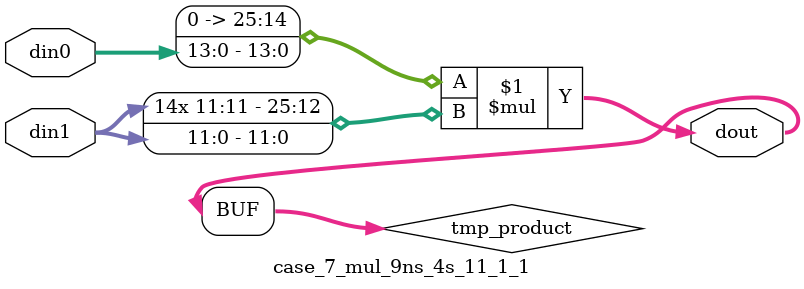
<source format=v>

`timescale 1 ns / 1 ps

 (* use_dsp = "no" *)  module case_7_mul_9ns_4s_11_1_1(din0, din1, dout);
parameter ID = 1;
parameter NUM_STAGE = 0;
parameter din0_WIDTH = 14;
parameter din1_WIDTH = 12;
parameter dout_WIDTH = 26;

input [din0_WIDTH - 1 : 0] din0; 
input [din1_WIDTH - 1 : 0] din1; 
output [dout_WIDTH - 1 : 0] dout;

wire signed [dout_WIDTH - 1 : 0] tmp_product;

























assign tmp_product = $signed({1'b0, din0}) * $signed(din1);










assign dout = tmp_product;





















endmodule

</source>
